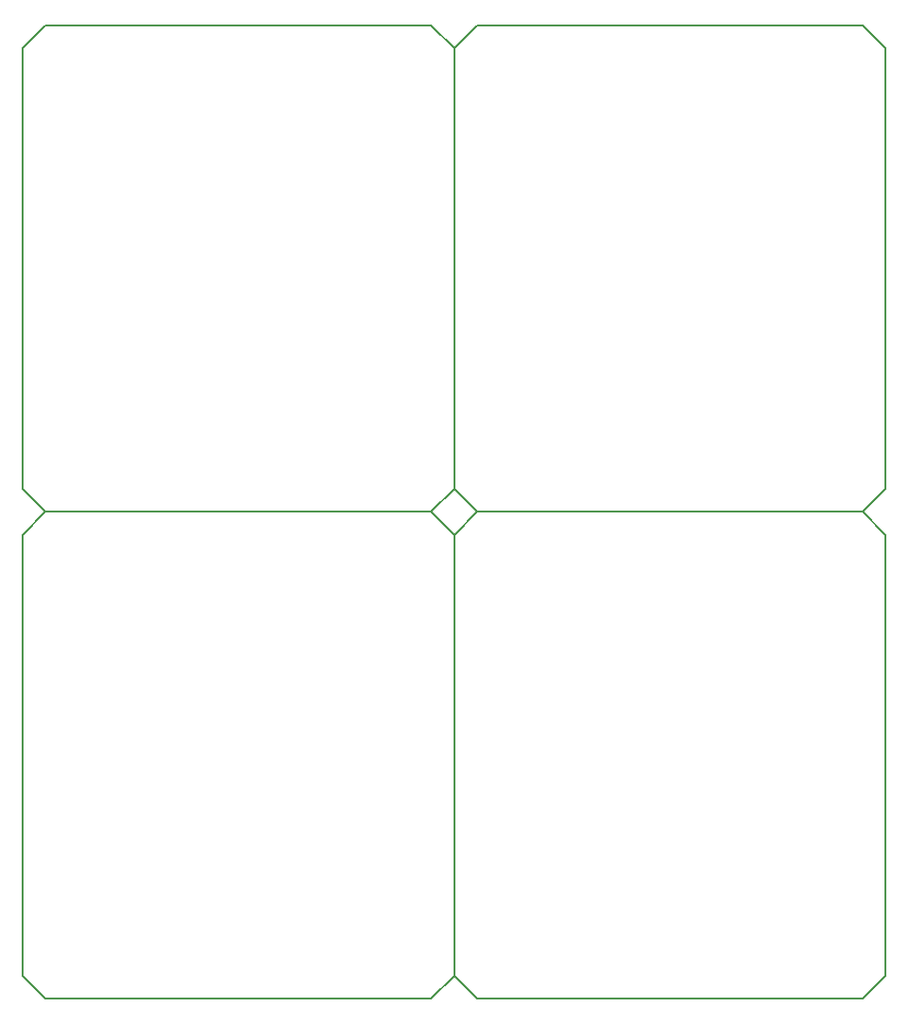
<source format=gbr>
%FSLAX34Y34*%
%MOMM*%
%LNOUTLINE*%
G71*
G01*
%ADD10C, 0.200*%
%LPD*%
G54D10*
X1600Y-222237D02*
X1600Y-22212D01*
X22238Y-1574D01*
X195276Y-1574D01*
G54D10*
X1600Y-217474D02*
X1600Y-417500D01*
X22238Y-438137D01*
X195276Y-438137D01*
G54D10*
X388950Y-222237D02*
X388950Y-22212D01*
X368313Y-1574D01*
X195276Y-1574D01*
G54D10*
X388950Y-217474D02*
X388950Y-417500D01*
X368313Y-438137D01*
X195276Y-438137D01*
G54D10*
X388950Y-222237D02*
X388950Y-22212D01*
X409588Y-1574D01*
X582626Y-1574D01*
G54D10*
X388950Y-217474D02*
X388950Y-417500D01*
X409588Y-438137D01*
X582626Y-438137D01*
G54D10*
X776300Y-222237D02*
X776300Y-22212D01*
X755663Y-1574D01*
X582626Y-1574D01*
G54D10*
X776300Y-217474D02*
X776300Y-417500D01*
X755663Y-438137D01*
X582626Y-438137D01*
G54D10*
X1600Y-658800D02*
X1600Y-458774D01*
X22238Y-438137D01*
X195276Y-438137D01*
G54D10*
X1600Y-654037D02*
X1600Y-854062D01*
X22238Y-874700D01*
X195276Y-874700D01*
G54D10*
X388950Y-658800D02*
X388950Y-458774D01*
X368313Y-438137D01*
X195276Y-438137D01*
G54D10*
X388950Y-654037D02*
X388950Y-854062D01*
X368313Y-874700D01*
X195276Y-874700D01*
G54D10*
X388950Y-658800D02*
X388950Y-458774D01*
X409588Y-438137D01*
X582626Y-438137D01*
G54D10*
X388950Y-654037D02*
X388950Y-854062D01*
X409588Y-874700D01*
X582626Y-874700D01*
G54D10*
X776300Y-658800D02*
X776300Y-458774D01*
X755663Y-438137D01*
X582626Y-438137D01*
G54D10*
X776300Y-654037D02*
X776300Y-854062D01*
X755663Y-874700D01*
X582626Y-874700D01*
M02*

</source>
